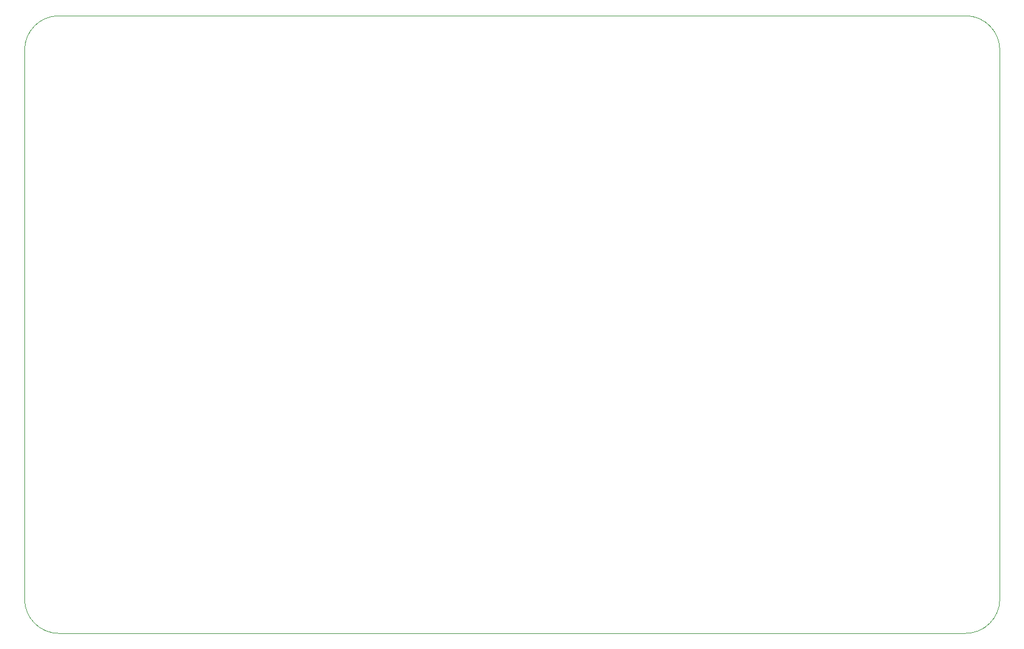
<source format=gbr>
%TF.GenerationSoftware,KiCad,Pcbnew,9.0.3*%
%TF.CreationDate,2025-09-16T13:04:12-04:00*%
%TF.ProjectId,CAEN_NEVIS_DAQ_12V,4341454e-5f4e-4455-9649-535f4441515f,rev?*%
%TF.SameCoordinates,Original*%
%TF.FileFunction,Profile,NP*%
%FSLAX46Y46*%
G04 Gerber Fmt 4.6, Leading zero omitted, Abs format (unit mm)*
G04 Created by KiCad (PCBNEW 9.0.3) date 2025-09-16 13:04:12*
%MOMM*%
%LPD*%
G01*
G04 APERTURE LIST*
%TA.AperFunction,Profile*%
%ADD10C,0.050000*%
%TD*%
G04 APERTURE END LIST*
D10*
X214000000Y-124000000D02*
X214000000Y-44000000D01*
X214000000Y-124000000D02*
G75*
G02*
X209000000Y-129000000I-5000000J0D01*
G01*
X77000000Y-129000000D02*
X209000000Y-129000000D01*
X209000000Y-39000000D02*
X77000000Y-39000000D01*
X72000000Y-44000000D02*
X72000000Y-124000000D01*
X77000000Y-129000000D02*
G75*
G02*
X72000000Y-124000000I0J5000000D01*
G01*
X72000000Y-44000000D02*
G75*
G02*
X77000000Y-39000000I5000000J0D01*
G01*
X209000000Y-39000000D02*
G75*
G02*
X214000000Y-44000000I0J-5000000D01*
G01*
M02*

</source>
